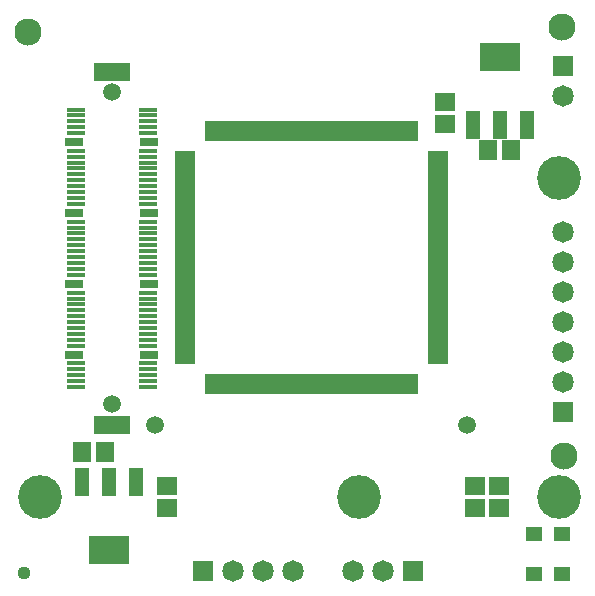
<source format=gbr>
G04 DipTrace 3.2.0.1*
G04 TopMask.gbr*
%MOIN*%
G04 #@! TF.FileFunction,Soldermask,Top*
G04 #@! TF.Part,Single*
%ADD39C,0.059055*%
%ADD45R,0.062992X0.011699*%
%ADD46R,0.0589X0.0275*%
%ADD47R,0.122X0.0629*%
%ADD52C,0.044094*%
%ADD53C,0.090551*%
%ADD61R,0.135827X0.09252*%
%ADD63R,0.045276X0.09252*%
%ADD65C,0.145669*%
%ADD85C,0.071654*%
%ADD89R,0.071654X0.071654*%
%ADD91R,0.070866X0.019685*%
%ADD93R,0.019685X0.070866*%
%ADD95R,0.057087X0.051181*%
%ADD97R,0.066929X0.059055*%
%ADD99R,0.059055X0.066929*%
%FSLAX26Y26*%
G04*
G70*
G90*
G75*
G01*
G04 TopMask*
%LPD*%
D99*
X2086614Y1874016D3*
X2011811D3*
D97*
X1866142Y2035433D3*
Y1960630D3*
D99*
X657480Y866142D3*
X732283D3*
D97*
X940945Y681102D3*
Y755906D3*
D95*
X2165354Y460630D3*
X2257874D3*
X2165354Y594488D3*
X2257874D3*
D93*
X1078740Y1094488D3*
X1098425D3*
X1118110D3*
X1137795D3*
X1157480D3*
X1177165D3*
X1196850D3*
X1216535D3*
X1236220D3*
X1255906D3*
X1275591D3*
X1295276D3*
X1314961D3*
X1334646D3*
X1354331D3*
X1374016D3*
X1393701D3*
X1413386D3*
X1433071D3*
X1452756D3*
X1472441D3*
X1492126D3*
X1511811D3*
X1531496D3*
X1551181D3*
X1570866D3*
X1590551D3*
X1610236D3*
X1629921D3*
X1649606D3*
X1669291D3*
X1688976D3*
X1708661D3*
X1728346D3*
X1748031D3*
X1767717D3*
D91*
X1844488Y1171260D3*
Y1190945D3*
Y1210630D3*
Y1230315D3*
Y1250000D3*
Y1269685D3*
Y1289370D3*
Y1309055D3*
Y1328740D3*
Y1348425D3*
Y1368110D3*
Y1387795D3*
Y1407480D3*
Y1427165D3*
Y1446850D3*
Y1466535D3*
Y1486220D3*
Y1505906D3*
Y1525591D3*
Y1545276D3*
Y1564961D3*
Y1584646D3*
Y1604331D3*
Y1624016D3*
Y1643701D3*
Y1663386D3*
Y1683071D3*
Y1702756D3*
Y1722441D3*
Y1742126D3*
Y1761811D3*
Y1781496D3*
Y1801181D3*
Y1820866D3*
Y1840551D3*
Y1860236D3*
D93*
X1767717Y1937008D3*
X1748031D3*
X1728346D3*
X1708661D3*
X1688976D3*
X1669291D3*
X1649606D3*
X1629921D3*
X1610236D3*
X1590551D3*
X1570866D3*
X1551181D3*
X1531496D3*
X1511811D3*
X1492126D3*
X1472441D3*
X1452756D3*
X1433071D3*
X1413386D3*
X1393701D3*
X1374016D3*
X1354331D3*
X1334646D3*
X1314961D3*
X1295276D3*
X1275591D3*
X1255906D3*
X1236220D3*
X1216535D3*
X1196850D3*
X1177165D3*
X1157480D3*
X1137795D3*
X1118110D3*
X1098425D3*
X1078740D3*
D91*
X1001969Y1860236D3*
Y1840551D3*
Y1820866D3*
Y1801181D3*
Y1781496D3*
Y1761811D3*
Y1742126D3*
Y1722441D3*
Y1702756D3*
Y1683071D3*
Y1663386D3*
Y1643701D3*
Y1624016D3*
Y1604331D3*
Y1584646D3*
Y1564961D3*
Y1545276D3*
Y1525591D3*
Y1505906D3*
Y1486220D3*
Y1466535D3*
Y1446850D3*
Y1427165D3*
Y1407480D3*
Y1387795D3*
Y1368110D3*
Y1348425D3*
Y1328740D3*
Y1309055D3*
Y1289370D3*
Y1269685D3*
Y1250000D3*
Y1230315D3*
Y1210630D3*
Y1190945D3*
Y1171260D3*
D89*
X2259843Y2153543D3*
D85*
Y2053543D3*
D39*
X1939780Y956441D3*
X900408D3*
X755906Y1027559D3*
Y2066930D3*
D45*
X636008Y1084005D3*
X876042Y1162706D3*
X635808Y1221707D3*
X875843D3*
X635808Y1241406D3*
X875942Y1241507D3*
X635808Y1261206D3*
X875942D3*
X635808Y1280908D3*
X875843D3*
X635808Y1300509D3*
X875843Y1084005D3*
Y1300509D3*
X635808Y1320206D3*
X875942Y1320306D3*
X635808Y1339907D3*
X875942D3*
X635808Y1359508D3*
X875942Y1359608D3*
X635808Y1379207D3*
X875942Y1379308D3*
X635808Y1399007D3*
X635908Y1103706D3*
X875942Y1399007D3*
X636209Y1458209D3*
X876143D3*
X636209Y1477907D3*
X876343Y1478008D3*
X636209Y1497707D3*
X876343D3*
X636209Y1517507D3*
X876143D3*
X636209Y1537007D3*
X875843Y1103706D3*
X876143Y1537007D3*
X636209Y1556706D3*
X876343Y1556904D3*
X636220Y1576496D3*
X876343Y1576505D3*
X636209Y1596009D3*
X876343Y1596209D3*
X636209Y1615709D3*
X876343Y1615908D3*
X636209Y1635508D3*
X636008Y1123408D3*
X876343Y1635508D3*
X636209Y1694407D3*
X876042D3*
X636209Y1714007D3*
X876343Y1714205D3*
X636209Y1733906D3*
X876343D3*
X636209Y1753707D3*
X876042D3*
X636209Y1773207D3*
X876042Y1123408D3*
Y1773207D3*
X636209Y1792907D3*
X876343Y1793008D3*
X636209Y1812706D3*
X876343D3*
X636209Y1832206D3*
X876343Y1832407D3*
X636209Y1851907D3*
X876343Y1852008D3*
X636209Y1871705D3*
X636008Y1143008D3*
X876343Y1871705D3*
X636008Y1930408D3*
X875843D3*
X636008Y1950007D3*
X875843D3*
X636008Y1969707D3*
X876042D3*
X636008Y1989407D3*
X876042D3*
X636008Y2009008D3*
X876042Y1143008D3*
Y2009008D3*
D46*
X631997Y1192207D3*
X879853D3*
X631997Y1428505D3*
X879853D3*
X631997Y1664706D3*
X879853D3*
X631997Y1901009D3*
X879853D3*
D47*
X755925Y958606D3*
D45*
X636008Y1162706D3*
D47*
X755925Y2135207D3*
D89*
X1059055Y472441D3*
D85*
X1159055D3*
X1259055D3*
X1359055D3*
D89*
X1759843D3*
D85*
X1659843D3*
X1559843D3*
D89*
X2259843Y1000000D3*
D85*
Y1100000D3*
Y1200000D3*
Y1300000D3*
Y1400000D3*
Y1500000D3*
Y1600000D3*
D65*
X2247780Y1780441D3*
X515780Y716441D3*
X2247780D3*
X1579953D3*
D97*
X1968504Y681102D3*
Y755906D3*
X2047244Y681102D3*
Y755906D3*
D63*
X1960630Y1956693D3*
X2051181D3*
X2141732D3*
D61*
X2051181Y2185039D3*
D63*
X838583Y767717D3*
X748031D3*
X657480D3*
D61*
X748031Y539370D3*
D52*
X464567Y464567D3*
D53*
X476378Y2267717D3*
X2255906Y2283465D3*
X2263780Y854331D3*
M02*

</source>
